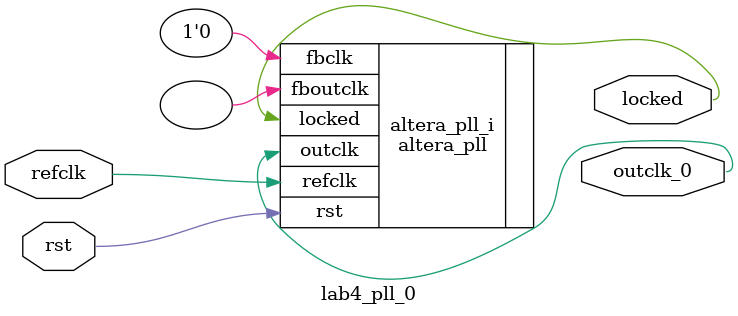
<source format=v>
`timescale 1ns/10ps
module  lab4_pll_0(

	// interface 'refclk'
	input wire refclk,

	// interface 'reset'
	input wire rst,

	// interface 'outclk0'
	output wire outclk_0,

	// interface 'locked'
	output wire locked
);

	altera_pll #(
		.fractional_vco_multiplier("true"),
		.reference_clock_frequency("135.0 MHz"),
		.operation_mode("normal"),
		.number_of_clocks(1),
		.output_clock_frequency0("130.000000 MHz"),
		.phase_shift0("0 ps"),
		.duty_cycle0(50),
		.output_clock_frequency1("0 MHz"),
		.phase_shift1("0 ps"),
		.duty_cycle1(50),
		.output_clock_frequency2("0 MHz"),
		.phase_shift2("0 ps"),
		.duty_cycle2(50),
		.output_clock_frequency3("0 MHz"),
		.phase_shift3("0 ps"),
		.duty_cycle3(50),
		.output_clock_frequency4("0 MHz"),
		.phase_shift4("0 ps"),
		.duty_cycle4(50),
		.output_clock_frequency5("0 MHz"),
		.phase_shift5("0 ps"),
		.duty_cycle5(50),
		.output_clock_frequency6("0 MHz"),
		.phase_shift6("0 ps"),
		.duty_cycle6(50),
		.output_clock_frequency7("0 MHz"),
		.phase_shift7("0 ps"),
		.duty_cycle7(50),
		.output_clock_frequency8("0 MHz"),
		.phase_shift8("0 ps"),
		.duty_cycle8(50),
		.output_clock_frequency9("0 MHz"),
		.phase_shift9("0 ps"),
		.duty_cycle9(50),
		.output_clock_frequency10("0 MHz"),
		.phase_shift10("0 ps"),
		.duty_cycle10(50),
		.output_clock_frequency11("0 MHz"),
		.phase_shift11("0 ps"),
		.duty_cycle11(50),
		.output_clock_frequency12("0 MHz"),
		.phase_shift12("0 ps"),
		.duty_cycle12(50),
		.output_clock_frequency13("0 MHz"),
		.phase_shift13("0 ps"),
		.duty_cycle13(50),
		.output_clock_frequency14("0 MHz"),
		.phase_shift14("0 ps"),
		.duty_cycle14(50),
		.output_clock_frequency15("0 MHz"),
		.phase_shift15("0 ps"),
		.duty_cycle15(50),
		.output_clock_frequency16("0 MHz"),
		.phase_shift16("0 ps"),
		.duty_cycle16(50),
		.output_clock_frequency17("0 MHz"),
		.phase_shift17("0 ps"),
		.duty_cycle17(50),
		.pll_type("General"),
		.pll_subtype("General")
	) altera_pll_i (
		.rst	(rst),
		.outclk	({outclk_0}),
		.locked	(locked),
		.fboutclk	( ),
		.fbclk	(1'b0),
		.refclk	(refclk)
	);
endmodule


</source>
